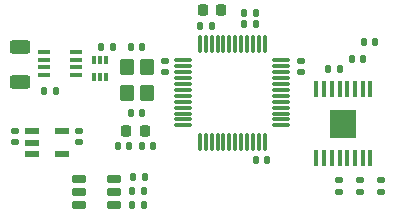
<source format=gbr>
%TF.GenerationSoftware,KiCad,Pcbnew,9.0.4*%
%TF.CreationDate,2025-10-30T10:47:44-04:00*%
%TF.ProjectId,SERVO-ESC,53455256-4f2d-4455-9343-2e6b69636164,rev?*%
%TF.SameCoordinates,Original*%
%TF.FileFunction,Paste,Top*%
%TF.FilePolarity,Positive*%
%FSLAX46Y46*%
G04 Gerber Fmt 4.6, Leading zero omitted, Abs format (unit mm)*
G04 Created by KiCad (PCBNEW 9.0.4) date 2025-10-30 10:47:44*
%MOMM*%
%LPD*%
G01*
G04 APERTURE LIST*
G04 Aperture macros list*
%AMRoundRect*
0 Rectangle with rounded corners*
0 $1 Rounding radius*
0 $2 $3 $4 $5 $6 $7 $8 $9 X,Y pos of 4 corners*
0 Add a 4 corners polygon primitive as box body*
4,1,4,$2,$3,$4,$5,$6,$7,$8,$9,$2,$3,0*
0 Add four circle primitives for the rounded corners*
1,1,$1+$1,$2,$3*
1,1,$1+$1,$4,$5*
1,1,$1+$1,$6,$7*
1,1,$1+$1,$8,$9*
0 Add four rect primitives between the rounded corners*
20,1,$1+$1,$2,$3,$4,$5,0*
20,1,$1+$1,$4,$5,$6,$7,0*
20,1,$1+$1,$6,$7,$8,$9,0*
20,1,$1+$1,$8,$9,$2,$3,0*%
G04 Aperture macros list end*
%ADD10RoundRect,0.090000X0.510000X0.210000X-0.510000X0.210000X-0.510000X-0.210000X0.510000X-0.210000X0*%
%ADD11RoundRect,0.140000X0.140000X0.170000X-0.140000X0.170000X-0.140000X-0.170000X0.140000X-0.170000X0*%
%ADD12RoundRect,0.140000X-0.140000X-0.170000X0.140000X-0.170000X0.140000X0.170000X-0.140000X0.170000X0*%
%ADD13RoundRect,0.087500X0.087500X-0.250000X0.087500X0.250000X-0.087500X0.250000X-0.087500X-0.250000X0*%
%ADD14R,1.150000X0.600000*%
%ADD15RoundRect,0.218750X-0.218750X-0.256250X0.218750X-0.256250X0.218750X0.256250X-0.218750X0.256250X0*%
%ADD16RoundRect,0.140000X-0.170000X0.140000X-0.170000X-0.140000X0.170000X-0.140000X0.170000X0.140000X0*%
%ADD17R,1.050000X0.450000*%
%ADD18RoundRect,0.135000X-0.185000X0.135000X-0.185000X-0.135000X0.185000X-0.135000X0.185000X0.135000X0*%
%ADD19RoundRect,0.250000X-0.625000X0.312500X-0.625000X-0.312500X0.625000X-0.312500X0.625000X0.312500X0*%
%ADD20RoundRect,0.135000X0.135000X0.185000X-0.135000X0.185000X-0.135000X-0.185000X0.135000X-0.185000X0*%
%ADD21RoundRect,0.135000X-0.135000X-0.185000X0.135000X-0.185000X0.135000X0.185000X-0.135000X0.185000X0*%
%ADD22RoundRect,0.250000X-0.350000X0.450000X-0.350000X-0.450000X0.350000X-0.450000X0.350000X0.450000X0*%
%ADD23RoundRect,0.075000X-0.662500X-0.075000X0.662500X-0.075000X0.662500X0.075000X-0.662500X0.075000X0*%
%ADD24RoundRect,0.075000X-0.075000X-0.662500X0.075000X-0.662500X0.075000X0.662500X-0.075000X0.662500X0*%
%ADD25RoundRect,0.135000X0.185000X-0.135000X0.185000X0.135000X-0.185000X0.135000X-0.185000X-0.135000X0*%
%ADD26RoundRect,0.225000X-0.225000X-0.250000X0.225000X-0.250000X0.225000X0.250000X-0.225000X0.250000X0*%
%ADD27R,0.450000X1.475000*%
%ADD28R,2.310000X2.460000*%
G04 APERTURE END LIST*
D10*
%TO.C,RGB*%
X59200000Y-48900000D03*
X59200000Y-47800000D03*
X59200000Y-46700000D03*
X62200000Y-48900000D03*
X62200000Y-47800000D03*
X62200000Y-46700000D03*
%TD*%
D11*
%TO.C,C3*%
X82320000Y-36500000D03*
X83280000Y-36500000D03*
%TD*%
D12*
%TO.C,C14*%
X62080000Y-35500000D03*
X61120000Y-35500000D03*
%TD*%
D13*
%TO.C,IC2*%
X60500000Y-38012500D03*
X61000000Y-38012500D03*
X61500000Y-38012500D03*
X61500000Y-36587500D03*
X61000000Y-36587500D03*
X60500000Y-36587500D03*
%TD*%
D11*
%TO.C,C15*%
X63467500Y-43900000D03*
X62507500Y-43900000D03*
%TD*%
D14*
%TO.C,IC5*%
X57800000Y-42650000D03*
X57800000Y-44550000D03*
X55200000Y-44550000D03*
X55200000Y-43600000D03*
X55200000Y-42650000D03*
%TD*%
D15*
%TO.C,FB1*%
X64775000Y-42600000D03*
X63200000Y-42600000D03*
%TD*%
D16*
%TO.C,C18*%
X59200000Y-42620000D03*
X59200000Y-43580000D03*
%TD*%
%TO.C,C17*%
X53800000Y-42620000D03*
X53800000Y-43580000D03*
%TD*%
D17*
%TO.C,IC3*%
X58925000Y-35925000D03*
X58925000Y-36575000D03*
X58925000Y-37225000D03*
X58925000Y-37875000D03*
X56275000Y-37875000D03*
X56275000Y-37225000D03*
X56275000Y-36575000D03*
X56275000Y-35925000D03*
%TD*%
D12*
%TO.C,C12*%
X56270000Y-39200000D03*
X57230000Y-39200000D03*
%TD*%
D18*
%TO.C,R4*%
X83000000Y-46790000D03*
X83000000Y-47810000D03*
%TD*%
D16*
%TO.C,C10*%
X78000000Y-36700000D03*
X78000000Y-37660000D03*
%TD*%
D19*
%TO.C,R1*%
X54200000Y-35537500D03*
X54200000Y-38462500D03*
%TD*%
D11*
%TO.C,C6*%
X64580000Y-41100000D03*
X63620000Y-41100000D03*
%TD*%
D12*
%TO.C,C16*%
X64557500Y-43900000D03*
X65517500Y-43900000D03*
%TD*%
%TO.C,C2*%
X83320000Y-35100000D03*
X84280000Y-35100000D03*
%TD*%
D20*
%TO.C,R8*%
X74200000Y-33600000D03*
X73180000Y-33600000D03*
%TD*%
D21*
%TO.C,R7*%
X63680000Y-48900000D03*
X64700000Y-48900000D03*
%TD*%
D22*
%TO.C,Y1*%
X63250000Y-37200000D03*
X63250000Y-39400000D03*
X64950000Y-39400000D03*
X64950000Y-37200000D03*
%TD*%
D18*
%TO.C,R3*%
X81200000Y-46790000D03*
X81200000Y-47810000D03*
%TD*%
D21*
%TO.C,R6*%
X63680000Y-47700000D03*
X64700000Y-47700000D03*
%TD*%
D23*
%TO.C,U1*%
X68037500Y-36650000D03*
X68037500Y-37150000D03*
X68037500Y-37650000D03*
X68037500Y-38150000D03*
X68037500Y-38650000D03*
X68037500Y-39150000D03*
X68037500Y-39650000D03*
X68037500Y-40150000D03*
X68037500Y-40650000D03*
X68037500Y-41150000D03*
X68037500Y-41650000D03*
X68037500Y-42150000D03*
D24*
X69450000Y-43562500D03*
X69950000Y-43562500D03*
X70450000Y-43562500D03*
X70950000Y-43562500D03*
X71450000Y-43562500D03*
X71950000Y-43562500D03*
X72450000Y-43562500D03*
X72950000Y-43562500D03*
X73450000Y-43562500D03*
X73950000Y-43562500D03*
X74450000Y-43562500D03*
X74950000Y-43562500D03*
D23*
X76362500Y-42150000D03*
X76362500Y-41650000D03*
X76362500Y-41150000D03*
X76362500Y-40650000D03*
X76362500Y-40150000D03*
X76362500Y-39650000D03*
X76362500Y-39150000D03*
X76362500Y-38650000D03*
X76362500Y-38150000D03*
X76362500Y-37650000D03*
X76362500Y-37150000D03*
X76362500Y-36650000D03*
D24*
X74950000Y-35237500D03*
X74450000Y-35237500D03*
X73950000Y-35237500D03*
X73450000Y-35237500D03*
X72950000Y-35237500D03*
X72450000Y-35237500D03*
X71950000Y-35237500D03*
X71450000Y-35237500D03*
X70950000Y-35237500D03*
X70450000Y-35237500D03*
X69950000Y-35237500D03*
X69450000Y-35237500D03*
%TD*%
D25*
%TO.C,R2*%
X84800000Y-47810000D03*
X84800000Y-46790000D03*
%TD*%
D16*
%TO.C,C8*%
X66500000Y-36670000D03*
X66500000Y-37630000D03*
%TD*%
D20*
%TO.C,R9*%
X74200000Y-32600000D03*
X73180000Y-32600000D03*
%TD*%
D12*
%TO.C,C7*%
X69500000Y-33700000D03*
X70460000Y-33700000D03*
%TD*%
D21*
%TO.C,R5*%
X63790000Y-46500000D03*
X64810000Y-46500000D03*
%TD*%
D11*
%TO.C,C9*%
X75130000Y-45050000D03*
X74170000Y-45050000D03*
%TD*%
D26*
%TO.C,C11*%
X69725000Y-32400000D03*
X71275000Y-32400000D03*
%TD*%
D12*
%TO.C,C5*%
X63620000Y-35500000D03*
X64580000Y-35500000D03*
%TD*%
%TO.C,C1*%
X80320000Y-37400000D03*
X81280000Y-37400000D03*
%TD*%
D27*
%TO.C,IC1*%
X79325000Y-44938000D03*
X79975000Y-44938000D03*
X80625000Y-44938000D03*
X81275000Y-44938000D03*
X81925000Y-44938000D03*
X82575000Y-44938000D03*
X83225000Y-44938000D03*
X83875000Y-44938000D03*
X83875000Y-39062000D03*
X83225000Y-39062000D03*
X82575000Y-39062000D03*
X81925000Y-39062000D03*
X81275000Y-39062000D03*
X80625000Y-39062000D03*
X79975000Y-39062000D03*
X79325000Y-39062000D03*
D28*
X81600000Y-42000000D03*
%TD*%
M02*

</source>
